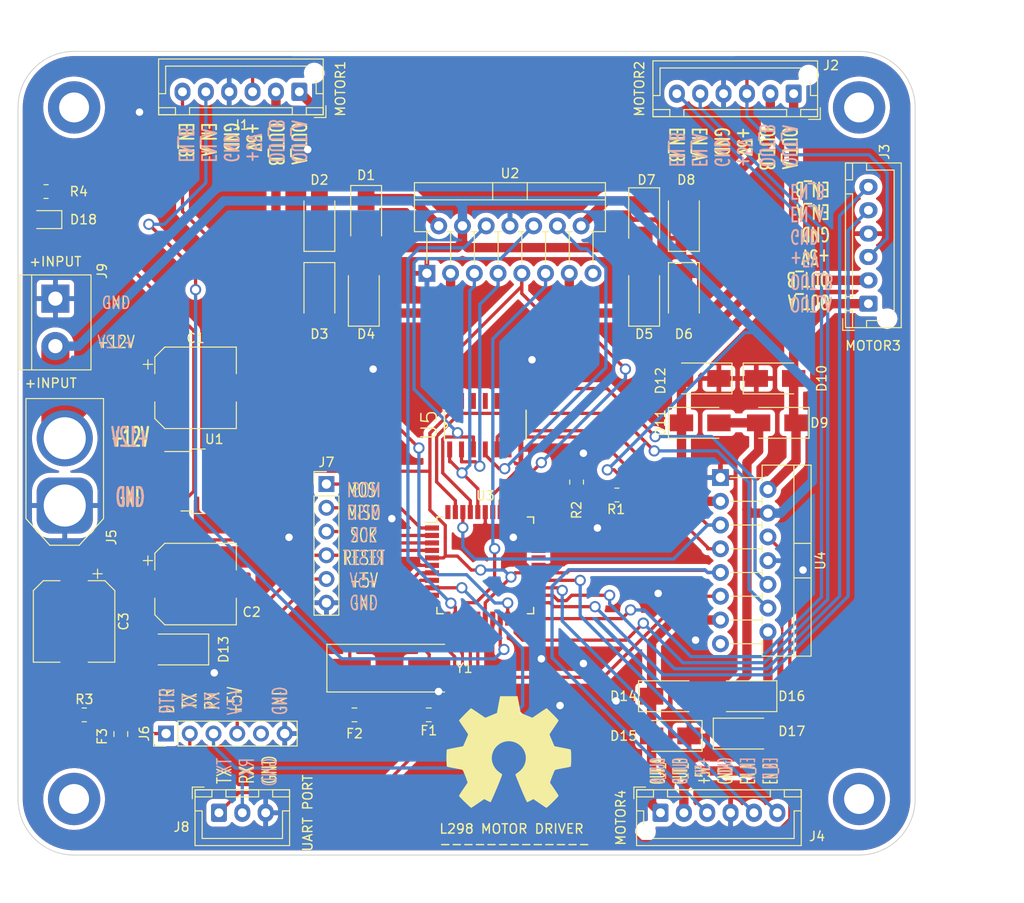
<source format=kicad_pcb>
(kicad_pcb (version 20211014) (generator pcbnew)
  (layers (0 "F.Cu" signal) (31 "B.Cu" signal) (34 "B.Paste" user) (35 "F.Paste" user) (36 "B.SilkS" user "B.Silkscreen") (37 "F.SilkS" user "F.Silkscreen") (38 "B.Mask" user) (39 "F.Mask" user) (44 "Edge.Cuts" user))
  (net 0 "")
  (net 1 "GND")
  (net 2 "reset")
  (net 3 "+12V")
  (net 4 "+5V")
  (net 5 "motor1_outA")
  (net 6 "motor1_outB")
  (net 7 "motor2_outA")
  (net 8 "motor2_outB")
  (net 9 "motor3_outA")
  (net 10 "motor3_outB")
  (net 11 "+5VD")
  (net 12 "motor4_outA")
  (net 13 "motor4_outB")
  (net 14 "Net-(D18-Pad2)")
  (net 15 "tx")
  (net 16 "rx")
  (net 18 "MOSI")
  (net 19 "MISO")
  (net 20 "SCK")
  (net 21 "b_volt")
  (net 22 "motor1_inA")
  (net 23 "motor1_en")
  (net 24 "motor1_inB")
  (net 25 "motor2_inA")
  (net 26 "motor2_en")
  (net 27 "motor2_inB")
  (net 31 "motor3_en")
  (net 32 "motor4_en")
  (net 33 "motor3_inA")
  (net 34 "motor3_inB")
  (net 35 "motor4_inA")
  (net 36 "motor4_inB")
  (net 45 "motor1_en_outA")
  (net 46 "motor1_en_outB")
  (net 47 "motor2_en_outA")
  (net 48 "motor2_en_outB")
  (net 51 "Net-(F1-Pad2)")
  (net 52 "Net-(F2-Pad2)")
  (net 53 "Net-(F3-Pad2)")
  (net 54 "motor3_en_outA")
  (net 55 "motor3_en_outB")
  (net 56 "motor4_en_outA")
  (net 57 "motor4_en_outB")
  (footprint "7404:SOIC127P600X175-14N" (layer "F.Cu") (at 163 78 90)
    (fp_text reference "U5")
    (fp_text value "74HC04D")
  )
  (footprint "Connector_PinHeader_2.54mm:PinHeader_1x06_P2.54mm_Vertical" (layer "F.Cu") (at 146 84.3)
    (fp_text reference "J7")
    (fp_text value "Conn_01x06_Female")
  )
  (footprint "Diode_SMD:D_SMA" (layer "F.Cu") (at 194 73)
    (fp_text reference "D10")
    (fp_text value "DIODE")
  )
  (footprint "TerminalBlock:TerminalBlock_bornier-2_P5.08mm" (layer "F.Cu") (at 117 64.46 -90)
    (fp_text reference "J9")
    (fp_text value "Screw_Terminal_01x02")
  )
  (footprint "Resistor_SMD:R_0805_2012Metric" (layer "F.Cu") (at 177.0875 85.47 180)
    (fp_text reference "R1")
    (fp_text value "2k")
  )
  (footprint "Diode_SMD:D_SMA" (layer "F.Cu") (at 184.25 64 -90)
    (fp_text reference "D6")
    (fp_text value "DIODE")
  )
  (footprint "Diode_SMD:D_SMA" (layer "F.Cu") (at 186 77.75)
    (fp_text reference "D11")
    (fp_text value "DIODE")
  )
  (footprint "Diode_SMD:D_SMA" (layer "F.Cu") (at 150.25 55.75 -90)
    (fp_text reference "D1")
    (fp_text value "DIODE")
  )
  (footprint "Diode_SMD:D_SMA" (layer "F.Cu") (at 150 64 90)
    (fp_text reference "D3")
    (fp_text value "DIODE")
  )
  (footprint "MountingHole:MountingHole_3.2mm_M3_DIN965_Pad_TopBottom" (layer "F.Cu") (at 119 44)
    (fp_text reference "m3_4" hide)
    (fp_text value "MountingHole_3.2mm_M3_DIN965_Pad_TopBottom" hide)
  )
  (footprint "Diode_SMD:D_SMA" (layer "F.Cu") (at 130 102 180)
    (fp_text reference "D13")
    (fp_text value "DIODE")
  )
  (footprint "Capacitor_SMD:CP_Elec_8x10.5" (layer "F.Cu") (at 119 99 -90)
    (fp_text reference "C3")
    (fp_text value "220uF/35V")
  )
  (footprint "Resistor_SMD:R_0805_2012Metric" (layer "F.Cu") (at 172.772936 84.0875 90)
    (fp_text reference "R2")
    (fp_text value "1k")
  )
  (footprint "Diode_SMD:D_SMA" (layer "F.Cu") (at 186 73 180)
    (fp_text reference "D12")
    (fp_text value "DIODE")
  )
  (footprint "Diode_SMD:D_SMA" (layer "F.Cu") (at 182.8 111.25 180)
    (fp_text reference "D15")
    (fp_text value "DIODE")
  )
  (footprint "Resistor_SMD:R_0805_2012Metric" (layer "F.Cu") (at 120.0875 109)
    (fp_text reference "R3")
    (fp_text value "10k")
  )
  (footprint "Crystal:Crystal_SMD_HC49-SD" (layer "F.Cu") (at 152.75 104)
    (fp_text reference "Y1")
    (fp_text value "Crystal")
  )
  (footprint "Connector_AMASS:AMASS_XT60-F_1x02_P7.20mm_Vertical" (layer "F.Cu") (at 118 86.6 90)
    (fp_text reference "J5")
    (fp_text value "Screw_Terminal_01x02")
  )
  (footprint "Resistor_SMD:R_0805_2012Metric" (layer "F.Cu") (at 116 53)
    (fp_text reference "R4")
    (fp_text value "1k")
  )
  (footprint "MountingHole:MountingHole_3.2mm_M3_DIN965_Pad_TopBottom" (layer "F.Cu") (at 203 44)
    (fp_text reference "m3_1" hide)
    (fp_text value "MountingHole_3.2mm_M3_DIN965_Pad_TopBottom" hide)
  )
  (footprint "Package_QFP:TQFP-44_10x10mm_P0.8mm" (layer "F.Cu") (at 163 93)
    (fp_text reference "U3")
    (fp_text value "ATmega32A-A")
  )
  (footprint "Diode_SMD:D_SMA" (layer "F.Cu") (at 184.25 56 90)
    (fp_text reference "D8")
    (fp_text value "DIODE")
  )
  (footprint "Capacitor_SMD:C_0805_2012Metric" (layer "F.Cu") (at 156.95 109 180)
    (fp_text reference "F1")
    (fp_text value "22pF")
  )
  (footprint "Diode_SMD:D_SMA" (layer "F.Cu") (at 190.8 107 180)
    (fp_text reference "D16")
    (fp_text value "DIODE")
  )
  (footprint "Diode_SMD:D_SMA" (layer "F.Cu") (at 182.8 107)
    (fp_text reference "D14")
    (fp_text value "DIODE")
  )
  (footprint "MountingHole:MountingHole_3.2mm_M3_DIN965_Pad_TopBottom" (layer "F.Cu") (at 119 118)
    (fp_text reference "m3_3" hide)
    (fp_text value "MountingHole_3.2mm_M3_DIN965_Pad_TopBottom" hide)
  )
  (footprint "Diode_SMD:D_SMA" (layer "F.Cu") (at 145.25 56 90)
    (fp_text reference "D2")
    (fp_text value "DIODE")
  )
  (footprint "Symbol:OSHW-Symbol_13.4x12mm_SilkScreen" (layer "F.Cu") (at 165.5 113)
    (fp_text reference "REF**" hide)
    (fp_text value "OSHW-Symbol_13.4x12mm_SilkScreen" hide)
  )
  (footprint "Capacitor_SMD:CP_Elec_8x10.5" (layer "F.Cu") (at 132 95)
    (fp_text reference "C2")
    (fp_text value "220uF/35V")
  )
  (footprint "Capacitor_SMD:CP_Elec_8x10.5" (layer "F.Cu") (at 132 74)
    (fp_text reference "C1")
    (fp_text value "220uF/35V")
  )
  (footprint "Diode_SMD:D_SMA" (layer "F.Cu") (at 190.8 111)
    (fp_text reference "D17")
    (fp_text value "DIODE")
  )
  (footprint "Diode_SMD:D_SMA" (layer "F.Cu") (at 145.25 64 -90)
    (fp_text reference "D4")
    (fp_text value "DIODE")
  )
  (footprint "Connector_JST:JST_XH_B6B-XH-AM_1x06_P2.50mm_Vertical" (layer "F.Cu") (at 143.1 42.325 180)
    (fp_text reference "J1")
    (fp_text value "Conn_01x06_Female")
  )
  (footprint "Package_TO_SOT_SMD:TO-252-2" (layer "F.Cu") (at 134 84)
    (fp_text reference "U1")
    (fp_text value "L7805")
  )
  (footprint "Connector_JST:JST_XH_B6B-XH-AM_1x06_P2.50mm_Vertical" (layer "F.Cu") (at 181.75 119.475)
    (fp_text reference "J4")
    (fp_text value "Conn_01x06_Female")
  )
  (footprint "Connector_PinHeader_2.54mm:PinHeader_1x06_P2.54mm_Vertical" (layer "F.Cu") (at 128.84 111 90)
    (fp_text reference "J6")
    (fp_text value "Conn_01x06_Female")
  )
  (footprint "Package_TO_SOT_THT:TO-220-15_P2.54x2.54mm_StaggerOdd_Lead4.58mm_Vertical" (layer "F.Cu") (at 156.75 61.75)
    (fp_text reference "U2")
    (fp_text value "L298N")
  )
  (footprint "LED_SMD:LED_0805_2012Metric" (layer "F.Cu") (at 116 56 180)
    (fp_text reference "D18")
    (fp_text value "LED")
  )
  (footprint "Capacitor_SMD:C_0805_2012Metric" (layer "F.Cu") (at 149 109 180)
    (fp_text reference "F2")
    (fp_text value "22pF")
  )
  (footprint "Diode_SMD:D_SMA" (layer "F.Cu") (at 180 56 -90)
    (fp_text reference "D7")
    (fp_text value "DIODE")
  )
  (footprint "Capacitor_SMD:C_0805_2012Metric" (layer "F.Cu") (at 124 111.05 -90)
    (fp_text reference "F3")
    (fp_text value "100nF")
  )
  (footprint "MountingHole:MountingHole_3.2mm_M3_DIN965_Pad_TopBottom" (layer "F.Cu") (at 203 118)
    (fp_text reference "m3_2" hide)
    (fp_text value "MountingHole_3.2mm_M3_DIN965_Pad_TopBottom" hide)
  )
  (footprint "Connector_JST:JST_XH_B6B-XH-AM_1x06_P2.50mm_Vertical" (layer "F.Cu") (at 204 65 90)
    (fp_text reference "J3")
    (fp_text value "Conn_01x06_Female")
  )
  (footprint "Diode_SMD:D_SMA" (layer "F.Cu") (at 194.25 77.75 180)
    (fp_text reference "D9")
    (fp_text value "DIODE")
  )
  (footprint "Connector_JST:JST_XH_B3B-XH-A_1x03_P2.50mm_Vertical" (layer "F.Cu") (at 134.5 119.475)
    (fp_text reference "J8")
    (fp_text value "Conn_01x03_Female")
  )
  (footprint "Package_TO_SOT_THT:TO-220-15_P2.54x2.54mm_StaggerOdd_Lead4.58mm_Vertical" (layer "F.Cu") (at 188.165 83.605 -90)
    (fp_text reference "U4")
    (fp_text value "L298N")
  )
  (footprint "Connector_JST:JST_XH_B6B-XH-AM_1x06_P2.50mm_Vertical" (layer "F.Cu") (at 196 42.525 180)
    (fp_text reference "J2")
    (fp_text value "Conn_01x06_Female")
  )
  (footprint "Diode_SMD:D_SMA" (layer "F.Cu") (at 180 64 90)
    (fp_text reference "D5")
    (fp_text value "DIODE")
  )
  (gr_line (start 119 38) (end 203 38) (layer "Edge.Cuts") (width 0.1))
  (gr_arc (start 119 124) (mid 114.757359 122.242641) (end 113 118) (layer "Edge.Cuts") (width 0.1))
  (gr_arc (start 113 44) (mid 114.757359 39.757359) (end 119 38) (layer "Edge.Cuts") (width 0.1))
  (gr_line (start 203 124) (end 119 124) (layer "Edge.Cuts") (width 0.1))
  (gr_line (start 209 44) (end 209 118) (layer "Edge.Cuts") (width 0.1))
  (gr_line (start 113 118) (end 113 44) (layer "Edge.Cuts") (width 0.1))
  (gr_arc (start 209 118) (mid 207.242641 122.242641) (end 203 124) (layer "Edge.Cuts") (width 0.1))
  (gr_arc (start 203 38) (mid 207.242641 39.757359) (end 209 44) (layer "Edge.Cuts") (width 0.1))
  (gr_text "OUT_A\nOUT_B\n+5V\nGND\nEN_A\nEN_B" (at 137 50 -90) (layer "B.SilkS") (effects (font (size 1.5 1) (thickness 0.2)) (justify left mirror)))
  (gr_text "OUT_A\nOUT_B\n+5V\nGND\nEN_A\nEN_B" (at 195.5 59 -180) (layer "B.SilkS") (effects (font (size 1.5 1) (thickness 0.2)) (justify left mirror)))
  (gr_text "OUT_A\nOUT_B\n+5V\nGND\nEN_A\nEN_B" (at 189.5 50.5 -90) (layer "B.SilkS") (effects (font (size 1.5 1) (thickness 0.2)) (justify left mirror)))
  (gr_text "GND\n\n+12V" (at 123.5 67) (layer "B.SilkS") (effects (font (size 1.3 1)) (justify mirror)))
  (gr_text "DTR\nTX\nRX\n+5V\n\nGND" (at 135 107.5 90) (layer "B.SilkS") (effects (font (size 1.5 1)) (justify mirror)))
  (gr_text "MOSI\nMISO\nSCK\nRESET\n+5V\nGND" (at 150 91) (layer "B.SilkS") (effects (font (size 1.5 1)) (justify mirror)))
  (gr_text "+12V\n\nGND" (at 125 82.5) (layer "B.SilkS") (effects (font (size 2 1) (thickness 0.25)) (justify mirror)))
  (gr_text "OUT_A\nOUT_B\n+5V\nGND\nEN_A\nEN_B" (at 187.5 113.5 90) (layer "B.SilkS") (effects (font (size 1.5 0.6)) (justify left mirror)))
  (gr_text "TX\nRX\nGND" (at 137.5 113.5 90) (layer "B.SilkS") (effects (font (size 1.5 1)) (justify left mirror)))
  (gr_text "OUT_A\nOUT_B\n+5V\nGND\nEN_A\nEN_B" (at 189.5 46 270) (layer "F.SilkS") (effects (font (size 1.5 1) (thickness 0.2)) (justify left)))
  (gr_text "OUT_A\nOUT_B\n+5V\nGND\nEN_A\nEN_B" (at 137 45.5 270) (layer "F.SilkS") (effects (font (size 1.5 1) (thickness 0.2)) (justify left)))
  (gr_text "MOSI\nMISO\nSCK\nRESET\n+5V\nGND" (at 150 91) (layer "F.SilkS") (effects (font (size 1.5 1))))
  (gr_text "TX\nRX\nGND" (at 137.5 116.5 90) (layer "F.SilkS") (effects (font (size 1.5 1)) (justify left)))
  (gr_text "MOTOR2" (at 179.5 42 90) (layer "F.SilkS") (effects (font (size 1 1))))
  (gr_text "UART PORT" (at 144 119.5 90) (layer "F.SilkS") (effects (font (size 1 1))))
  (gr_text "DTR\nTX\nRX\n+5V\n\nGND" (at 135 107.5 90) (layer "F.SilkS") (effects (font (size 1.5 1))))
  (gr_text "+12V\n\nGND" (at 125 82.5) (layer "F.SilkS") (effects (font (size 2 1) (thickness 0.25))))
  (gr_text "GND\n\n+12V" (at 123.5 67) (layer "F.SilkS") (effects (font (size 1.3 1))))
  (gr_text "+INPUT" (at 116.5 73.5) (layer "F.SilkS") (effects (font (size 1 1))))
  (gr_text "MOTOR3" (at 204.5 69.5) (layer "F.SilkS") (effects (font (size 1 1))))
  (gr_text "MOTOR1" (at 147.5 42 90) (layer "F.SilkS") (effects (font (size 1 1))))
  (gr_text "OUT_A\nOUT_B\n+5V\nGND\nEN_A\nEN_B" (at 187.5 116.5 90) (layer "F.SilkS") (effects (font (size 1.5 0.6)) (justify left)))
  (gr_text "OUT_A\nOUT_B\n+5V\nGND\nEN_A\nEN_B" (at 200 58.75 180) (layer "F.SilkS") (effects (font (size 1.5 1) (thickness 0.2)) (justify left)))
  (gr_text "MOTOR4" (at 177.5 120 90) (layer "F.SilkS") (effects (font (size 1 1))))
  (gr_text "+INPUT" (at 117 60.5) (layer "F.SilkS") (effects (font (size 1 1))))
  (gr_text "L298 MOTOR DRIVER\n-------------\n" (at 158 122) (layer "F.SilkS") (effects (font (size 1 1)) (justify left)))
  (segment (start 163.8 98.7) (end 163.75 98.75) (width 0.35) (layer "F.Cu") (net 1))
  (segment (start 164 103) (end 165 104) (width 0.35) (layer "F.Cu") (net 1))
  (segment (start 163.8 98.7) (end 163.8 102.8) (width 0.35) (layer "F.Cu") (net 1))
  (segment (start 163 89) (end 164 90) (width 0.35) (layer "F.Cu") (net 1))
  (segment (start 154 93) (end 150 97) (width 0.35) (layer "F.Cu") (net 1))
  (segment (start 163.8 102.8) (end 164 103) (width 0.35) (layer "F.Cu") (net 1))
  (segment (start 168.7 93) (end 171 93) (width 0.35) (layer "F.Cu") (net 1))
  (segment (start 163 87.3) (end 163 89) (width 0.35) (layer "F.Cu") (net 1))
  (segment (start 171 93) (end 175 89) (width 0.35) (layer "F.Cu") (net 1))
  (segment (start 157.3 93) (end 154 93) (width 0.35) (layer "F.Cu") (net 1))
  (segment (start 168 104) (end 169 103) (width 0.35) (layer "F.Cu") (net 1))
  (segment (start 150 97) (end 146 97) (width 0.35) (layer "F.Cu") (net 1))
  (segment (start 165 104) (end 168 104) (width 0.35) (layer "F.Cu") (net 1))
  (segment (start 164 90) (end 166 90) (width 0.35) (layer "F.Cu") (net 1))
  (via (at 171 108) (size 1.2) (drill 0.8) (layers "F.Cu" "B.Cu") (net 1))
  (via (at 151 72) (size 1.2) (drill 0.8) (layers "F.Cu" "B.Cu") (net 1))
  (via (at 134 104.5) (size 1.2) (drill 0.8) (layers "F.Cu" "B.Cu") (net 1))
  (via (at 153 88) (size 1.2) (drill 0.8) (layers "F.Cu" "B.Cu") (net 1))
  (via (at 169 103) (size 1.2) (drill 0.8) (layers "F.Cu" "B.Cu") (net 1))
  (via (at 173.5 103.5) (size 1.2) (drill 0.8) (layers "F.Cu" "B.Cu") (net 1))
  (via (at 185.5 101) (size 1.2) (drill 0.8) (layers "F.Cu" "B.Cu") (net 1))
  (via (at 197 93.5) (size 1.2) (drill 0.8) (layers "F.Cu" "B.Cu") (net 1))
  (via (at 142 90) (size 1.2) (drill 0.8) (layers "F.Cu" "B.Cu") (net 1))
  (via (at 166 90) (size 1.2) (drill 0.8) (layers "F.Cu" "B.Cu") (net 1))
  (via (at 158 106.5) (size 1.2) (drill 0.8) (layers "F.Cu" "B.Cu") (net 1))
  (via (at 144 48.5) (size 1.2) (drill 0.8) (layers "F.Cu" "B.Cu") (net 1))
  (via (at 181.5 96) (size 1.2) (drill 0.8) (layers "F.Cu" "B.Cu") (net 1))
  (via (at 168 71) (size 1.2) (drill 0.8) (layers "F.Cu" "B.Cu") (net 1))
  (via (at 177 107.5) (size 1.2) (drill 0.8) (layers "F.Cu" "B.Cu") (net 1))
  (via (at 126 44.5) (size 1.2) (drill 0.8) (layers "F.Cu" "B.Cu") (net 1))
  (via (at 173.5 81) (size 1.2) (drill 0.8) (layers "F.Cu" "B.Cu") (net 1))
  (via (at 175 89) (size 1.2) (drill 0.8) (layers "F.Cu" "B.Cu") (net 1))
  (segment (start 130 99.3167) (end 132.3906 96.9261) (width 0.35) (layer "F.Cu") (net 2))
  (segment (start 121 109) (end 123.8569 109) (width 0.35) (layer "F.Cu") (net 2))
  (segment (start 123.8569 109.9569) (end 123.8569 109) (width 0.35) (layer "F.Cu") (net 2))
  (segment (start 123.8569 109) (end 126 109) (width 0.35) (layer "F.Cu") (net 2))
  (segment (start 147.3251 91.92) (end 147.8451 91.4) (width 0.35) (layer "F.Cu") (net 2))
  (segment (start 144.6749 91.92) (end 146 91.92) (width 0.35) (layer "F.Cu") (net 2))
  (segment (start 130 105) (end 130 99.3167) (width 0.35) (layer "F.Cu") (net 2))
  (segment (start 139.6688 96.9261) (end 144.6749 91.92) (width 0.35) (layer "F.Cu") (net 2))
  (segment (start 126 109) (end 130 105) (width 0.35) (layer "F.Cu") (net 2))
  (segment (start 147.8451 91.4) (end 157.3 91.4) (width 0.35) (layer "F.Cu") (net 2))
  (segment (start 146 91.92) (end 147.3251 91.92) (width 0.35) (layer "F.Cu") (net 2))
  (segment (start 124 110.1) (end 123.8569 109.9569) (width 0.35) (layer "F.Cu") (net 2))
  (segment (start 132.3906 96.9261) (end 139.6688 96.9261) (width 0.35) (layer "F.Cu") (net 2))
  (segment (start 121 74) (end 118 77) (width 3) (layer "F.Cu") (net 3))
  (segment (start 191 87) (end 191.415 87.415) (width 1) (layer "F.Cu") (net 3))
  (segment (start 150.25 59.75) (end 150.25 61.75) (width 1) (layer "F.Cu") (net 3))
  (segment (start 160.56 58.44) (end 161.12 59) (width 1) (layer "F.Cu") (net 3))
  (segment (start 192.25 77.75) (end 192.25 80.75) (width 1) (layer "F.Cu") (net 3))
  (segment (start 118 77) (end 118 79.4) (width 3) (layer "F.Cu") (net 3))
  (segment (start 152.25 59.75) (end 153 59) (width 1) (layer "F.Cu") (net 3))
  (segment (start 160.56 58.44) (end 160.56 56.67) (width 1) (layer "F.Cu") (net 3))
  (segment (start 180 58) (end 180 62) (width 1) (layer "F.Cu") (net 3))
  (segment (start 179 59) (end 180 58) (width 1) (layer "F.Cu") (net 3))
  (segment (start 176.0625 82.7807) (end 176.7807 82.7807) (width 0.35) (layer "F.Cu") (net 3))
  (segment (start 128.3 74) (end 121 74) (width 3) (layer "F.Cu") (net 3))
  (segment (start 176.7807 82.7807) (end 178 84) (width 0.35) (layer "F.Cu") (net 3))
  (segment (start 129.8 81.72) (end 129.8 75.5) (width 3) (layer "F.Cu") (net 3))
  (segment (start 153 59) (end 160 59) (width 1) (layer "F.Cu") (net 3))
  (segment (start 184.8 107) (end 188.8 107) (width 1) (layer "F.Cu") (net 3))
  (segment (start 191 82) (end 191 87) (width 1) (layer "F.Cu") (net 3))
  (segment (start 188 77.75) (end 192.25 77.75) (width 1) (layer "F.Cu") (net 3))
  (segment (start 150.25 57.75) (end 150.25 59.75) (width 1) (layer "F.Cu") (net 3))
  (segment (start 161.12 59) (end 179 59) (width 1) (layer "F.Cu") (net 3))
  (segment (start 191.415 87.415) (end 193.245 87.415) (width 1) (layer "F.Cu") (net 3))
  (segment (start 150.25 61.75) (end 150 62) (width 1) (layer "F.Cu") (net 3))
  (segment (start 129.8 75.5) (end 128.3 74) (width 3) (layer "F.Cu") (net 3))
  (segment (start 160 59) (end 160.56 58.44) (width 1) (layer "F.Cu") (net 3))
  (segment (start 117 78.4) (end 118 79.4) (width 3) (layer "F.Cu") (net 3))
  (segment (start 192.25 80.75) (end 191 82) (width 1) (layer "F.Cu") (net 3))
  (segment (start 191 87) (end 191 104.8) (width 1) (layer "F.Cu") (net 3))
  (segment (start 117 69.54) (end 117 78.4) (width 3) (layer "F.Cu") (net 3))
  (segment (start 178 84) (end 178 85.47) (width 0.35) (layer "F.Cu") (net 3))
  (segment (start 150.25 59.75) (end 152.25 59.75) (width 1) (layer "F.Cu") (net 3))
  (segment (start 191 104.8) (end 188.8 107) (width 1) (layer "F.Cu") (net 3))
  (via (at 176.0625 82.7807) (size 1.2) (drill 0.8) (layers "F.Cu" "B.Cu") (net 3))
  (segment (start 192.0887 68.0887) (end 198 74) (width 1) (layer "B.Cu") (net 3))
  (segment (start 160 54) (end 135 54) (width 1) (layer "B.Cu") (net 3))
  (segment (start 198 74) (end 198 84) (width 1) (layer "B.Cu") (net 3))
  (segment (start 160.56 54.56) (end 160 54) (width 1) (layer "B.Cu") (net 3))
  (segment (start 194.585 87.415) (end 193.245 87.415) (width 1) (layer "B.Cu") (net 3))
  (segment (start 160 54) (end 178 54) (width 1) (layer "B.Cu") (net 3))
  (segment (start 178 54) (end 192.0887 68.0887) (width 1) (layer "B.Cu") (net 3))
  (segment (start 119.46 69.54) (end 117 69.54) (width 1) (layer "B.Cu") (net 3))
  (segment (start 135 54) (end 119.46 69.54) (width 1) (layer "B.Cu") (net 3))
  (segment (start 192.0887 68.0887) (end 190.7545 68.0887) (width 0.35) (layer "B.Cu") (net 3))
  (segment (start 190.7545 68.0887) (end 176.0625 82.7807) (width 0.35) (layer "B.Cu") (net 3))
  (segment (start 198 84) (end 194.585 87.415) (width 1) (layer "B.Cu") (net 3))
  (segment (start 160.56 56.67) (end 160.56 54.56) (width 1) (layer "B.Cu") (net 3))
  (segment (start 129.8 86.28) (end 129.8 87.0737) (width 3) (layer "F.Cu") (net 4))
  (segment (start 124 48) (end 124 43) (width 0.35) (layer "F.Cu") (net 4))
  (segment (start 119 53) (end 124 48) (width 0.35) (layer "F.Cu") (net 4))
  (segment (start 158.7188 92.0063) (end 160.0063 92.0063) (width 0.35) (layer "F.Cu") (net 4))
  (segment (start 166.25768 83) (end 168 83) (width 0.35) (layer "F.Cu") (net 4))
  (segment (start 138.1 40.476167) (end 138.1 42.325) (width 0.35) (layer "F.Cu") (net 4))
  (segment (start 165.75 94.25) (end 163 97) (width 0.35) (layer "F.Cu") (net 4))
  (segment (start 174 68) (end 171 68) (width 0.35) (layer "F.Cu") (net 4))
  (segment (start 136.664 90.275) (end 144.0127 82.9263) (width 0.35) (layer "F.Cu") (net 4))
  (segment (start 166.91 61.75) (end 166.91 63.1251) (width 0.35) (layer "F.Cu") (net 4))
  (segment (start 178 72) (end 174 68) (width 0.35) (layer "F.Cu") (net 4))
  (segment (start 186.7899 93.765) (end 186.5588 93.5339) (width 0.35) (layer "F.Cu") (net 4))
  (segment (start 189 39) (end 191 41) (width 0.35) (layer "F.Cu") (net 4))
  (segment (start 163 97) (end 163 98.7) (width 0.35) (layer "F.Cu") (net 4))
  (segment (start 131.8079 67.8954) (end 116.9125 53) (width 0.35) (layer "F.Cu") (net 4))
  (segment (start 124 43) (end 127 40) (width 0.35) (layer "F.Cu") (net 4))
  (segment (start 161 93) (end 161.5 93.5) (width 0.35) (layer "F.Cu") (net 4))
  (segment (start 119.175 108.4335) (end 119.175 109) (width 0.35) (layer "F.Cu") (net 4))
  (segment (start 119.3 95) (end 119 95.3) (width 3) (layer "F.Cu") (net 4))
  (segment (start 191 41) (end 191 42.525) (width 0.35) (layer "F.Cu") (net 4))
  (segment (start 129.8 87.0737) (end 129.8 90.275) (width 3) (layer "F.Cu") (net 4))
  (segment (start 159.19 75.4092) (end 159.19 74.0832) (width 0.35) (layer "F.Cu") (net 4))
  (segment (start 128 102) (end 128 99.6085) (width 1) (layer "F.Cu") (net 4))
  (segment (start 161.5 93.5) (end 162.5 93.5) (width 0.35) (layer "F.Cu") (net 4))
  (segment (start 116.9125 53) (end 119 53) (width 0.35) (layer "F.Cu") (net 4))
  (segment (start 157.3 92.2) (end 158.5251 92.2) (width 0.35) (layer "F.Cu") (net 4))
  (segment (start 159.19 75.4092) (end 159.19 76.7352) (width 0.35) (layer "F.Cu") (net 4))
  (segment (start 157.0748 78.8504) (end 157.0748 82.9263) (width 0.35) (layer "F.Cu") (net 4))
  (segment (start 129.8 90.275) (end 136.664 90.275) (width 0.35) (layer "F.Cu") (net 4))
  (segment (start 163.8 85.45768) (end 166.25768 83) (width 0.35) (layer "F.Cu") (net 4))
  (segment (start 143 39) (end 189 39) (width 0.35) (layer "F.Cu") (net 4))
  (segment (start 157.0748 82.9263) (end 157.0748 87.0717) (width 0.35) (layer "F.Cu") (net 4))
  (segment (start 131.8079 85.0658) (end 131.8079 67.8954) (width 0.35) (layer "F.Cu") (net 4))
  (segment (start 128 99.6085) (end 128 95.3) (width 1) (layer "F.Cu") (net 4))
  (segment (start 129.8 87.0737) (end 131.8079 85.0658) (width 0.35) (layer "F.Cu") (net 4))
  (segment (start 188.165 93.765) (end 186.7899 93.765) (width 0.35) (layer "F.Cu") (net 4))
  (segment (start 137.623833 40) (end 142 40) (width 0.35) (layer "F.Cu") (net 4))
  (segment (start 171.7339 93.8) (end 168.7 93.8) (width 0.35) (layer "F.Cu") (net 4))
  (segment (start 158.7188 90.0357) (end 158.7188 92.0063) (width 0.35) (layer "F.Cu") (net 4))
  (segment (start 168.7 93.8) (end 166.2 93.8) (width 0.35) (layer "F.Cu") (net 4))
  (segment (start 128 95.3) (end 128.3 95) (width 1) (layer "F.Cu") (net 4))
  (segment (start 157.0748 87.0717) (end 158.7188 88.7157) (width 0.35) (layer "F.Cu") (net 4))
  (segment (start 172 93.5339) (end 171.7339 93.8) (width 0.35) (layer "F.Cu") (net 4))
  (segment (start 166.91 63.1251) (end 159.19 70.8451) (width 0.35) (layer "F.Cu") (net 4))
  (segment (start 168 83) (end 169 82) (width 0.35) (layer "F.Cu") (net 4))
  (segment (start 163.8 87.3) (end 163.8 85.45768) (width 0.35) (layer "F.Cu") (net 4))
  (segment (start 160.0063 92.0063) (end 161 93) (width 0.35) (layer "F.Cu") (net 4))
  (segment (start 166.91 63.91) (end 166.91 61.75) (width 0.35) (layer "F.Cu") (net 4))
  (segment (start 142 40) (end 143 39) (width 0.35) (layer "F.Cu") (net 4))
  (segment (start 158.7188 92.0063) (end 158.5251 92.2) (width 0.35) (layer "F.Cu") (net 4))
  (segment (start 128.3 95) (end 119.3 95) (width 3) (layer "F.Cu") (net 4))
  (segment (start 159.19 70.8451) (end 159.19 74.0832) (width 0.35) (layer "F.Cu") (net 4))
  (segment (start 129.8 90.275) (end 129.8 93.5) (width 3) (layer "F.Cu") (net 4))
  (segment (start 158.7188 88.7157) (end 158.7188 90.0357) (width 0.35) (layer "F.Cu") (net 4))
  (segment (start 137.623833 40) (end 138.1 40.476167) (width 0.35) (layer "F.Cu") (net 4))
  (segment (start 144.0127 82.9263) (end 157.0748 82.9263) (width 0.35) (layer "F.Cu") (net 4))
  (segment (start 171 68) (end 166.91 63.91) (width 0.35) (layer "F.Cu") (net 4))
  (segment (start 127 40) (end 137.623833 40) (width 0.35) (layer "F.Cu") (net 4))
  (segment (start 128 99.6085) (end 119.175 108.4335) (width 0.35) (layer "F.Cu") (net 4))
  (segment (start 166.2 93.8) (end 165.75 94.25) (width 0.35) (layer "F.Cu") (net 4))
  (segment (start 129.8 93.5) (end 128.3 95) (width 3) (layer "F.Cu") (net 4))
  (segment (start 186.5588 93.5339) (end 172 93.5339) (width 0.35) (layer "F.Cu") (net 4))
  (segment (start 159.19 76.7352) (end 157.0748 78.8504) (width 0.35) (layer "F.Cu") (net 4))
  (via (at 165.75 94.25) (size 1.2) (drill 0.8) (layers "F.Cu" "B.Cu") (net 4))
  (via (at 162.5 93.5) (size 1.2) (drill 0.8) (layers "F.Cu" "B.Cu") (net 4))
  (via (at 169 82) (size 1.2) (drill 0.8) (layers "F.Cu" "B.Cu") (net 4))
  (via (at 178 72) (size 1.2) (drill 0.8) (layers "F.Cu" "B.Cu") (net 4))
  (segment (start 206 51) (end 206 58) (width 0.35) (layer "B.Cu") (net 4))
  (segment (start 169 82) (end 178 73) (width 0.35) (layer "B.Cu") (net 4))
  (segment (start 171.9301 93.4658) (end 170.146 95.2499) (width 0.35) (layer "B.Cu") (net 4))
  (segment (start 206 58) (end 204 60) (width 0.35) (layer "B.Cu") (net 4))
  (segment (start 195.0663 49.0663) (end 204.0663 49.0663) (width 0.35) (layer "B.Cu") (net 4))
  (segment (start 165 93.5) (end 165.75 94.25) (width 0.35) (layer "B.Cu") (net 4))
  (segment (start 186.7899 93.765) (end 186.4907 93.4658) (width 0.35) (layer "B.Cu") (net 4))
  (segment (start 188.165 93.765) (end 186.7899 93.765) (width 0.35) (layer "B.Cu") (net 4))
  (segment (start 170.146 102.871) (end 186.75 119.475) (width 0.35) (layer "B.Cu") (net 4))
  (segment (start 178 73) (end 178 72) (width 0.35) (layer "B.Cu") (net 4))
  (segment (start 204.0663 49.0663) (end 206 51) (width 0.35) (layer "B.Cu") (net 4))
  (segment (start 170.146 95.2499) (end 170.146 102.871) (width 0.35) (layer "B.Cu") (net 4))
  (segment (start 191 45) (end 195.0663 49.0663) (width 0.35) (layer "B.Cu") (net 4))
  (segment (start 191 42.525) (end 191 45) (width 0.35) (layer "B.Cu") (net 4))
  (segment (start 186.4907 93.4658) (end 171.9301 93.4658) (width 0.35) (layer "B.Cu") (net 4))
  (segment (start 162.5 93.5) (end 165 93.5) (width 0.35) (layer "B.Cu") (net 4))
  (segment (start 150 54) (end 150.25 53.75) (width 1) (layer "F.Cu") (net 5))
  (segment (start 155.1 53.75) (end 158.02 56.67) (width 1) (layer "F.Cu") (net 5))
  (segment (start 145.25 54) (end 150 54) (width 1) (layer "F.Cu") (net 5))
  (segment (start 150.25 49.475) (end 150.25 53.75) (width 1) (layer "F.Cu") (net 5))
  (segment (start 150.25 53.75) (end 155.1 53.75) (width 1) (layer "F.Cu") (net 5))
  (segment (start 143.1 42.325) (end 150.25 49.475) (width 1) (layer "F.Cu") (net 5))
  (segment (start 140.6 63.6) (end 143 66) (width 1) (layer "F.Cu") (net 6))
  (segment (start 143 66) (end 145.25 66) (width 1) (layer "F.Cu") (net 6))
  (segment (start 150 66) (end 157 66) (width 1) (layer "F.Cu") (net 6))
  (segment (start 145.25 66) (end 147 66) (width 1) (layer "F.Cu") (net 6))
  (segment (start 145.25 66) (end 147 66) (width 1) (layer "F.Cu") (net 6))
  (segment (start 147 66) (end 150 66) (width 1) (layer "F.Cu") (net 6))
  (segment (start 159.29 63.71) (end 159.29 61.75) (width 1) (layer "F.Cu") (net 6))
  (segment (start 140.6 42.325) (end 140.6 63.6) (width 1) (layer "F.Cu") (net 6))
  (segment (start 157 66) (end 159.29 63.71) (width 1) (layer "F.Cu") (net 6))
  (segment (start 184.25 66) (end 187 66) (width 1) (layer "F.Cu") (net 7))
  (segment (start 196 57) (end 196 42.525) (width 1) (layer "F.Cu") (net 7))
  (segment (start 171.99 61.75) (end 171.99 63.99) (width 1) (layer "F.Cu") (net 7))
  (segment (start 180 66) (end 184.25 66) (width 1) (layer "F.Cu") (net 7))
  (segment (start 187 66) (end 196 57) (width 1) (layer "F.Cu") (net 7))
  (segment (start 174 66) (end 180 66) (width 1) (layer "F.Cu") (net 7))
  (segment (start 171.99 63.99) (end 174 66) (width 1) (layer "F.Cu") (net 7))
  (segment (start 193.5 47.5) (end 193.5 42.525) (width 1) (layer "F.Cu") (net 8))
  (segment (start 187 54) (end 193.5 47.5) (width 1) (layer "F.Cu") (net 8))
  (segment (start 184.25 54) (end 187 54) (width 1) (layer "F.Cu") (net 8))
  (segment (start 175.93 54) (end 173.26 56.67) (width 1) (layer "F.Cu") (net 8))
  (segment (start 180 54) (end 184.25 54) (width 1) (layer "F.Cu") (net 8))
  (segment (start 180 54) (end 175.93 54) (width 1) (layer "F.Cu") (net 8))
  (segment (start 200 65) (end 204 65) (width 1) (layer "F.Cu") (net 9))
  (segment (start 196 69) (end 200 65) (width 1) (layer "F.Cu") (net 9))
  (segment (start 196 73) (end 196 77.5) (width 1) (layer "F.Cu") (net 9))
  (segment (start 196.25 81.87) (end 193.245 84.875) (width 1) (layer "F.Cu") (net 9))
  (segment (start 196 77.5) (end 196.25 77.75) (width 1) (layer "F.Cu") (net 9))
  (segment (start 196 73) (end 196 69) (width 1) (layer "F.Cu") (net 9))
  (segment (start 196.25 77.75) (end 196.25 81.87) (width 1) (layer "F.Cu") (net 9))
  (segment (start 184 73) (end 194.5 62.5) (width 1) (layer "F.Cu") (net 10))
  (segment (start 194.5 62.5) (end 204 62.5) (width 1) (layer "F.Cu") (net 10))
  (segment (start 186.145 86.145) (end 188.165 86.145) (width 1) (layer "F.Cu") (net 10))
  (segment (start 184 73) (end 184 77.75) (width 1) (layer "F.Cu") (net 10))
  (segment (start 184 84) (end 186.145 86.145) (width 1) (layer "F.Cu") (net 10))
  (segment (start 184 77.75) (end 184 84) (width 1) (layer "F.Cu") (net 10))
  (segment (start 146 94.46) (end 144.6749 94.46) (width 0.35) (layer "F.Cu") (net 11))
  (segment (start 136.46 111) (end 136.46 109.6749) (width 0.35) (layer "F.Cu") (net 11))
  (segment (start 135.419 103.7159) (end 135.419 108.6339) (width 0.35) (layer "F.Cu") (net 11))
  (segment (start 135.419 103.7159) (end 133.7031 102) (width 0.35) (layer "F.Cu") (net 11))
  (segment (start 135.419 103.7159) (end 144.6749 94.46) (width 0.35) (layer "F.Cu") (net 11))
  (segment (start 135.419 108.6339) (end 136.46 109.6749) (width 0.35) (layer "F.Cu") (net 11))
  (segment (start 133.7031 102) (end 132 102) (width 0.35) (layer "F.Cu") (net 11))
  (segment (start 180.8 101.2) (end 180.8 107) (width 1) (layer "F.Cu") (net 12))
  (segment (start 180.8 107) (end 180.8 111.25) (width 1) (layer "F.Cu") (net 12))
  (segment (start 180.8 111.25) (end 180.8 118.525) (width 1) (layer "F.Cu") (net 12))
  (segment (start 183.155 98.845) (end 180.8 101.2) (width 1) (layer "F.Cu") (net 12))
  (segment (start 180.8 118.525) (end 181.75 119.475) (width 1) (layer "F.Cu") (net 12))
  (segment (start 188.165 98.845) (end 183.155 98.845) (width 1) (layer "F.Cu") (net 12))
  (segment (start 192.8 113.2) (end 192.8 111) (width 1) (layer "F.Cu") (net 13))
  (segment (start 193.245 106.555) (end 192.8 107) (width 1) (layer "F.Cu") (net 13))
  (segment (start 186 115) (end 191 115) (width 1) (layer "F.Cu") (net 13))
  (segment (start 184.25 116.75) (end 186 115) (width 1) (layer "F.Cu") (net 13))
  (segment (start 191 115) (end 192.8 113.2) (width 1) (layer "F.Cu") (net 13))
  (segment (start 192.8 107) (end 192.8 111) (width 1) (layer "F.Cu") (net 13))
  (segment (start 193.245 100.115) (end 193.245 106.555) (width 1) (layer "F.Cu") (net 13))
  (segment (start 184.25 119.475) (end 184.25 116.75) (width 1) (layer "F.Cu") (net 13))
  (segment (start 115.0875 55.975) (end 115.0875 53) (width 0.35) (layer "F.Cu") (net 14))
  (segment (start 115.0625 56) (end 115.0875 55.975) (width 0.35) (layer "F.Cu") (net 14))
  (segment (start 134.5 119.475) (end 136.6614 117.3136) (width 0.35) (layer "F.Cu") (net 15))
  (segment (start 157.3 96.2) (end 156.0749 96.2) (width 0.35) (layer "F.Cu") (net 15))
  (segment (start 159.7251 102.7703) (end 156.0749 99.1201) (width 0.35) (layer "F.Cu") (net 15))
  (segment (start 151.3515 117.3136) (end 159.7251 108.94) (width 0.35) (layer "F.Cu") (net 15))
  (segment (start 131.38 111) (end 131.38 112.4561) (width 0.35) (layer "F.Cu") (net 15))
  (segment (start 136.2375 117.3136) (end 136.6614 117.3136) (width 0.35) (layer "F.Cu") (net 15))
  (segment (start 159.7251 108.94) (end 159.7251 102.7703) (width 0.35) (layer "F.Cu") (net 15))
  (segment (start 131.38 112.4561) (end 136.2375 117.3136) (width 0.35) (layer "F.Cu") (net 15))
  (segment (start 136.6614 117.3136) (end 151.3515 117.3136) (width 0.35) (layer "F.Cu") (net 15))
  (segment (start 156.0749 99.1201) (end 156.0749 96.2) (width 0.35) (layer "F.Cu") (net 15))
  (segment (start 160.4882 95.4) (end 157.3 95.4) (width 0.35) (layer "F.Cu") (net 16))
  (via (at 160.4882 95.4) (size 1.2) (drill 0.8) (layers "F.Cu" "B.Cu") (net 16))
  (segment (start 133.92 111) (end 133.92 112.3251) (width 0.35) (layer "B.Cu") (net 16))
  (segment (start 136.2781 114.6832) (end 137 114.6832) (width 0.35) (layer "B.Cu") (net 16))
  (segment (start 160.3168 114.6832) (end 167 108) (width 0.35) (layer "B.Cu") (net 16))
  (segment (start 160.8976 95.4) (end 160.4882 95.4) (width 0.35) (layer "B.Cu") (net 16))
  (segment (start 133.92 112.3251) (end 136.2781 114.6832) (width 0.35) (layer "B.Cu") (net 16))
  (segment (start 167 101.9118) (end 160.4882 95.4) (width 0.35) (layer "B.Cu") (net 16))
  (segment (start 137 114.6832) (end 137 119.475) (width 0.35) (layer "B.Cu") (net 16))
  (segment (start 167 108) (end 167 101.9118) (width 0.35) (layer "B.Cu") (net 16))
  (segment (start 137 114.6832) (end 160.3168 114.6832) (width 0.35) (layer "B.Cu") (net 16))
  (segment (start 151.3749 84.3) (end 156.0749 89) (width 0.35) (layer "F.Cu") (net 18))
  (segment (start 157.3 89) (end 156.0749 89) (width 0.35) (layer "F.Cu") (net 18))
  (segment (start 146 84.3) (end 151.3749 84.3) (width 0.35) (layer "F.Cu") (net 18))
  (segment (start 150.2851 89.8) (end 157.3 89.8) (width 0.35) (layer "F.Cu") (net 19))
  (segment (start 146 86.84) (end 147.3251 86.84) (width 0.35) (layer "F.Cu") (net 19))
  (segment (start 147.3251 86.84) (end 150.2851 89.8) (width 0.35) (layer "F.Cu") (net 19))
  (segment (start 146 89.38) (end 147.3251 89.38) (width 0.35) (layer "F.Cu") (net 20))
  (segment (start 147.3251 89.38) (end 148.5451 90.6) (width 0.35) (layer "F.Cu") (net 20))
  (segment (start 148.5451 90.6) (end 157.3 90.6) (width 0.35) (layer "F.Cu") (net 20))
  (segment (start 166.6749 84) (end 164.6 86.0749) (width 0.35) (layer "F.Cu") (net 21))
  (segment (start 169 85) (end 172.772936 85) (width 0.35) (layer "F.Cu") (net 21))
  (segment (start 173.242936 85.47) (end 172.772936 85) (width 0.35) (layer "F.Cu") (net 21))
  (segment (start 166.6749 84) (end 168 84) (width 0.35) (layer "F.Cu") (net 21))
  (segment (start 164.6 87.3) (end 164.6 86.0749) (width 0.35) (layer "F.Cu") (net 21))
  (segment (start 168 84) (end 169 85) (width 0.35) (layer "F.Cu") (net 21))
  (segment (start 176.175 85.47) (end 173.242936 85.47) (width 0.35) (layer "F.Cu") (net 21))
  (segment (start 160.5113 83.1062) (end 159.3219 81.9168) (width 0.35) (layer "F.Cu") (net 22))
  (segment (start 159.3219 81.9168) (end 159.19 81.9168) (width 0.35) (layer "F.Cu") (net 22))
  (segment (start 159.19 80.5908) (end 159.19 81.9168) (width 0.35) (layer "F.Cu") (net 22))
  (segment (start 162.2 87.3) (end 162.2 84.7949) (width 0.35) (layer "F.Cu") (net 22))
  (segment (start 162.2 84.7949) (end 160.5113 83.1062) (width 0.35) (layer "F.Cu") (net 22))
  (via (at 160.5113 83.1062) (size 1.2) (drill 0.8) (layers "F.Cu" "B.Cu") (net 22))
  (segment (start 161.3398 82.2777) (end 160.5113 83.1062) (width 0.35) (layer "B.Cu") (net 22))
  (segment (start 161.83 63.1251) (end 161.3398 63.6153) (width 0.35) (layer "B.Cu") (net 22))
  (segment (start 161.83 61.75) (end 161.83 63.1251) (width 0.35) (layer "B.Cu") (net 22))
  (segment (start 161.3398 63.6153) (end 161.3398 82.2777) (width 0.35) (layer "B.Cu") (net 22))
  (segment (start 159.748 97.4749) (end 159.3171 97.044) (width 0.35) (layer "F.Cu") (net 23))
  (segment (start 159.8 98.7) (end 159.8 97.4749) (width 0.35) (layer "F.Cu") (net 23))
  (segment (start 159.8 97.4749) (end 159.748 97.4749) (width 0.35) (layer "F.Cu") (net 23))
  (via (at 159.3171 97.044) (size 1.2) (drill 0.8) (layers "F.Cu" "B.Cu") (net 23))
  (segment (start 155.96 59.0139) (end 154.7226 60.2513) (width 0.35) (layer "B.Cu") (net 23))
  (segment (start 163.1 56.67) (end 160.7561 59.0139) (width 0.35) (layer "B.Cu") (net 23))
  (segment (start 154.7226 60.2513) (end 154.7226 92.4495) (width 0.35) (layer "B.Cu") (net 23))
  (segment (start 154.7226 92.4495) (end 159.3171 97.044) (width 0.35) (layer "B.Cu") (net 23))
  (segment (start 160.7561 59.0139) (end 155.96 59.0139) (width 0.35) (layer "B.Cu") (net 23))
  (segment (start 160.46 80.5908) (end 160.46 81.9168) (width 0.35) (layer "F.Cu") (net 24))
  (segment (start 162.415 82.3893) (end 161.9425 81.9168) (width 0.35) (layer "F.Cu") (net 24))
  (segment (start 161.9425 81.9168) (end 160.46 81.9168) (width 0.35) (layer "F.Cu") (net 24))
  (via (at 162.415 82.3893) (size 1.2) (drill 0.8) (layers "F.Cu" "B.Cu") (net 24))
  (segment (start 162.415 65.0801) (end 162.415 82.3893) (width 0.35) (layer "B.Cu") (net 24))
  (segment (start 164.37 63.1251) (end 162.415 65.0801) (width 0.35) (layer "B.Cu") (net 24))
  (segment (start 164.37 61.75) (end 164.37 63.1251) (width 0.35) (layer "B.Cu") (net 24))
  (segment (start 161.4 87.3) (end 161.4 86.0749) (width 0.35) (layer "F.Cu") (net 25))
  (segment (start 160.0368 78.81) (end 160.0368 79.2648) (width 0.35) (layer "F.Cu") (net 25))
  (segment (start 161.4 86.0749) (end 158.4481 83.123) (width 0.35) (layer "F.Cu") (net 25))
  (segment (start 158.4481 83.123) (end 158.4481 79.5113) (width 0.35) (layer "F.Cu") (net 25))
  (segment (start 160.0368 79.2648) (end 161.73 79.2648) (width 0.35) (layer "F.Cu") (net 25))
  (segment (start 158.4481 79.5113) (end 158.6946 79.2648) (width 0.35) (layer "F.Cu") (net 25))
  (segment (start 161.73 80.5908) (end 161.73 79.2648) (width 0.35) (layer "F.Cu") (net 25))
  (segment (start 158.6946 79.2648) (end 160.0368 79.2648) (width 0.35) (layer "F.Cu") (net 25))
  (via (at 160.0368 78.81) (size 1.2) (drill 0.8) (layers "F.Cu" "B.Cu") (net 25))
  (segment (start 164.677 60.173) (end 168.18 56.67) (width 0.35) (layer "B.Cu") (net 25))
  (segment (start 155.7922 60.173) (end 164.677 60.173) (width 0.35) (layer "B.Cu") (net 25))
  (segment (start 160.0368 78.81) (end 155.3748 74.148) (width 0.35) (layer "B.Cu") (net 25))
  (segment (start 155.3748 74.148) (end 155.3748 60.5904) (width 0.35) (layer "B.Cu") (net 25))
  (segment (start 155.3748 60.5904) (end 155.7922 60.173) (width 0.35) (layer "B.Cu") (net 25))
  (segment (start 162 97) (end 164 95) (width 0.35) (layer "F.Cu") (net 26))
  (segment (start 164 95) (end 164 91.2182) (width 0.35) (layer "F.Cu") (net 26))
  (segment (start 161 97) (end 162 97) (width 0.35) (layer "F.Cu") (net 26))
  (segment (start 160.6 97.4) (end 161 97) (width 0.35) (layer "F.Cu") (net 26))
  (segment (start 160.6 98.7) (end 160.6 97.4) (width 0.35) (layer "F.Cu") (net 26))
  (via (at 164 91.2182) (size 1.2) (drill 0.8) (layers "F.Cu" "B.Cu") (net 26))
  (segment (start 163.8093 68.7658) (end 163.8093 91.0275) (width 0.35) (layer "B.Cu") (net 26))
  (segment (start 169.45 61.75) (end 169.45 63.1251) (width 0.35) (layer "B.Cu") (net 26))
  (segment (start 163.8093 91.0275) (end 164 91.2182) (width 0.35) (layer "B.Cu") (net 26))
  (segment (start 169.45 63.1251) (end 163.8093 68.7658) (width 0.35) (layer "B.Cu") (net 26))
  (segment (start 165.08 82.6574) (end 164.4851 82.6574) (width 0.35) (layer "F.Cu") (net 27))
  (segment (start 163 81.1723) (end 163 80.5908) (width 0.35) (layer "F.Cu") (net 27))
  (segment (start 164.4851 82.6574) (end 163 81.1723) (width 0.35) (layer "F.Cu") (net 27))
  (via (at 165.08 82.6574) (size 1.2) (drill 0.8) (layers "F.Cu" "B.Cu") (net 27))
  (segment (start 175.9068 61.1751) (end 175.9068 71.8306) (width 0.35) (layer "B.Cu") (net 27))
  (segment (start 173.1783 59.1283) (end 173.86 59.1283) (width 0.35) (layer "B.Cu") (net 27))
  (segment (start 175.9068 71.8306) (end 165.08 82.6574) (width 0.35) (layer "B.Cu") (net 27))
  (segment (start 173.86 59.1283) (end 175.9068 61.1751) (width 0.35) (layer "B.Cu") (net 27))
  (segment (start 170.72 56.67) (end 173.1783 59.1283) (width 0.35) (layer "B.Cu") (net 27))
  (segment (start 161.4 104.2689) (end 179.6852 122.5541) (width 0.35) (layer "F.Cu") (net 31))
  (segment (start 193.1837 122.5541) (end 195.5885 120.1493) (width 0.35) (layer "F.Cu") (net 31))
  (segment (start 195.5885 92.2985) (end 193.245 89.955) (width 0.35) (layer "F.Cu") (net 31))
  (segment (start 161.4 98.7) (end 161.4 104.2689) (width 0.35) (layer "F.Cu") (net 31))
  (segment (start 179.6852 122.5541) (end 193.1837 122.5541) (width 0.35) (layer "F.Cu") (net 31))
  (segment (start 195.5885 120.1493) (end 195.5885 92.2985) (width 0.35) (layer "F.Cu") (net 31))
  (segment (start 175.642669 104.974831) (end 184.3125 96.305) (width 0.35) (layer "F.Cu") (net 32))
  (segment (start 184.3125 96.305) (end 188.165 96.305) (width 0.35) (layer "F.Cu") (net 32))
  (segment (start 163.025169 104.974831) (end 175.642669 104.974831) (width 0.35) (layer "F.Cu") (net 32))
  (segment (start 162.2 104.149662) (end 163.025169 104.974831) (width 0.35) (layer "F.Cu") (net 32))
  (segment (start 162.2 98.7) (end 162.2 104.149662) (width 0.35) (layer "F.Cu") (net 32))
  (segment (start 160.6 87.3) (end 160.6 88.9598) (width 0.35) (layer "F.Cu") (net 33))
  (segment (start 164.27 80.5908) (end 164.27 79.2648) (width 0.35) (layer "F.Cu") (net 33))
  (segment (start 164.9429 78.5919) (end 176.6968 78.5919) (width 0.35) (layer "F.Cu") (net 33))
  (segment (start 164.27 79.2648) (end 164.9429 78.5919) (width 0.35) (layer "F.Cu") (net 33))
  (segment (start 188.165 88.685) (end 186.7899 88.685) (width 0.35) (layer "F.Cu") (net 33))
  (segment (start 176.6968 78.5919) (end 186.7899 88.685) (width 0.35) (layer "F.Cu") (net 33))
  (via (at 160.6 88.9598) (size 1.2) (drill 0.8) (layers "F.Cu" "B.Cu") (net 33))
  (segment (start 183.1548 92.3201) (end 161.8662 92.3201) (width 0.35) (layer "B.Cu") (net 33))
  (segment (start 161.8662 92.3201) (end 160.6 91.0539) (width 0.35) (layer "B.Cu") (net 33))
  (segment (start 188.165 88.685) (end 186.7899 88.685) (width 0.35) (layer "B.Cu") (net 33))
  (segment (start 186.7899 88.685) (end 183.1548 92.3201) (width 0.35) (layer "B.Cu") (net 33))
  (segment (start 160.6 91.0539) (end 160.6 88.9598) (width 0.35) (layer "B.Cu") (net 33))
  (segment (start 165.54 79.2648) (end 174.9721 79.2648) (width 0.35) (layer "F.Cu") (net 34))
  (segment (start 174.9721 79.2648) (end 186.7899 91.0826) (width 0.35) (layer "F.Cu") (net 34))
  (segment (start 165.54 80.5908) (end 165.54 79.2648) (width 0.35) (layer "F.Cu") (net 34))
  (segment (start 186.7899 91.0826) (end 186.7899 91.225) (width 0.35) (layer "F.Cu") (net 34))
  (segment (start 188.165 91.225) (end 186.7899 91.225) (width 0.35) (layer "F.Cu") (net 34))
  (segment (start 159.8 86.0749) (end 157.7944 84.0693) (width 0.35) (layer "F.Cu") (net 35))
  (segment (start 159.8 87.3) (end 159.8 86.0749) (width 0.35) (layer "F.Cu") (net 35))
  (segment (start 157.7944 84.0693) (end 157.7944 79.186) (width 0.35) (layer "F.Cu") (net 35))
  (segment (start 160.2452 76.7352) (end 165.54 76.7352) (width 0.35) (layer "F.Cu") (net 35))
  (segment (start 165.54 74.0832) (end 176.0466 74.0832) (width 0.35) (layer "F.Cu") (net 35))
  (segment (start 165.54 75.4092) (end 165.54 76.7352) (width 0.35) (layer "F.Cu") (net 35))
  (segment (start 165.54 75.4092) (end 165.54 74.0832) (width 0.35) (layer "F.Cu") (net 35))
  (segment (start 157.7944 79.186) (end 160.2452 76.7352) (width 0.35) (layer "F.Cu") (net 35))
  (segment (start 176.0466 74.0832) (end 181.1812 79.2178) (width 0.35) (layer "F.Cu") (net 35))
  (via (at 181.1812 79.2178) (size 1.2) (drill 0.8) (layers "F.Cu" "B.Cu") (net 35))
  (segment (start 191.8699 83.863) (end 187.2247 79.2178) (width 0.35) (layer "B.Cu") (net 35))
  (segment (start 187.2247 79.2178) (end 181.1812 79.2178) (width 0.35) (layer "B.Cu") (net 35))
  (segment (start 193.245 95.035) (end 191.8699 93.6599) (width 0.35) (layer "B.Cu") (net 35))
  (segment (start 191.8699 93.6599) (end 191.8699 83.863) (width 0.35) (layer "B.Cu") (net 35))
  (segment (start 166.81 75.4092) (end 166.81 76.7352) (width 0.35) (layer "F.Cu") (net 36))
  (segment (start 181.0812 80.7501) (end 177.0663 76.7352) (width 0.35) (layer "F.Cu") (net 36))
  (segment (start 177.0663 76.7352) (end 166.81 76.7352) (width 0.35) (layer "F.Cu") (net 36))
  (via (at 181.0812 80.7501) (size 1.2) (drill 0.8) (layers "F.Cu" "B.Cu") (net 36))
  (segment (start 193.245 97.575) (end 191.2198 95.5498) (width 0.35) (layer "B.Cu") (net 36))
  (segment (start 187.8249 80.7501) (end 181.0812 80.7501) (width 0.35) (layer "B.Cu") (net 36))
  (segment (start 191.2198 84.145) (end 187.8249 80.7501) (width 0.35) (layer "B.Cu") (net 36))
  (segment (start 191.2198 95.5498) (end 191.2198 84.145) (width 0.35) (layer "B.Cu") (net 36))
  (segment (start 164.6 98.7) (end 164.6 101.6) (width 0.35) (layer "F.Cu") (net 45))
  (segment (start 164.6 101.6) (end 165 102) (width 0.35) (layer "F.Cu") (net 45))
  (segment (start 132 61.5) (end 127 56.5) (width 0.35) (layer "F.Cu") (net 45))
  (segment (start 132 63.5) (end 132 61.5) (width 0.35) (layer "F.Cu") (net 45))
  (via (at 132 63.5) (size 1.2) (drill 0.8) (layers "F.Cu" "B.Cu") (net 45))
  (via (at 127 56.5) (size 1.2) (drill 0.8) (layers "F.Cu" "B.Cu") (net 45))
  (via (at 165 102) (size 1.2) (drill 0.8) (layers "F.Cu" "B.Cu") (net 45))
  (segment (start 132 87.3651) (end 132 64.5) (width 0.35) (layer "B.Cu") (net 45))
  (segment (start 127 56.5) (end 128.6587 56.5) (width 0.35) (layer "B.Cu") (net 45))
  (segment (start 133.1 52.0587) (end 133.1 42.325) (width 0.35) (layer "B.Cu") (net 45))
  (segment (start 164 103) (end 147.6349 103) (width 0.35) (layer "B.Cu") (net 45))
  (segment (start 128.6587 56.5) (end 133.1 52.0587) (width 0.35) (layer "B.Cu") (net 45))
  (segment (start 147.6349 103) (end 132 87.3651) (width 0.35) (layer "B.Cu") (net 45))
  (segment (start 132 64.5) (end 132 63.5) (width 0.35) (layer "B.Cu") (net 45))
  (segment (start 164 103) (end 165 102) (width 0.35) (layer "B.Cu") (net 45))
  (segment (start 165.4 97.0268) (end 165.4 98.7) (width 0.35) (layer "F.Cu") (net 46))
  (segment (start 130.6 42.325) (end 130.6 55.1401) (width 0.35) (layer "F.Cu") (net 46))
  (segment (start 130.6 55.1401) (end 155.8987 80.4388) (width 0.35) (layer "F.Cu") (net 46))
  (via (at 155.8987 80.4388) (size 1.2) (drill 0.8) (layers "F.Cu" "B.Cu") (net 46))
  (via (at 165.4 97.0268) (size 1.2) (drill 0.8) (layers "F.Cu" "B.Cu") (net 46))
  (segment (start 164.0268 97.0268) (end 165.4 97.0268) (width 0.35) (layer "B.Cu") (net 46))
  (segment (start 155.8987 80.4388) (end 155.8987 91.8987) (width 0.35) (layer "B.Cu") (net 46))
  (segment (start 161 94) (end 164.0268 97.0268) (width 0.35) (layer "B.Cu") (net 46))
  (segment (start 158 94) (end 161 94) (width 0.35) (layer "B.Cu") (net 46))
  (segment (start 155.8987 91.8987) (end 158 94) (width 0.35) (layer "B.Cu") (net 46))
  (segment (start 167 101) (end 178.0971 101) (width 0.35) (layer "F.Cu") (net 47))
  (segment (start 178.0971 101) (end 179.9106 99.1865) (width 0.35) (layer "F.Cu") (net 47))
  (segment (start 166.2 98.7) (end 166.2 100.2) (width 0.35) (layer "F.Cu") (net 47))
  (segment (start 166.2 100.2) (end 167 101) (width 0.35) (layer "F.Cu") (net 47))
  (via (at 179.9106 99.1865) (size 1.2) (drill 0.8) (layers "F.Cu" "B.Cu") (net 47))
  (segment (start 184.1391 103.415) (end 192.876 103.415) (width 0.35) (layer "B.Cu") (net 47))
  (segment (start 186 42.525) (end 186 43.9751) (width 0.35) (layer "B.Cu") (net 47))
  (segment (start 192.876 103.415) (end 199.645 96.646) (width 0.35) (layer "B.Cu") (net 47))
  (segment (start 199.645 96.646) (end 199.645 57.6201) (width 0.35) (layer "B.Cu") (net 47))
  (segment (start 179.9106 99.1865) (end 184.1391 103.415) (width 0.35) (layer "B.Cu") (net 47))
  (segment (start 199.645 57.6201) (end 186 43.9751) (width 0.35) (layer "B.Cu") (net 47))
  (segment (start 167 98.7) (end 177.6168 98.7) (width 0.35) (layer "F.Cu") (net 48))
  (segment (start 177.6168 98.7) (end 178.5461 97.7707) (width 0.35) (layer "F.Cu") (net 48))
  (via (at 178.5461 97.7707) (size 1.2) (drill 0.8) (layers "F.Cu" "B.Cu") (net 48))
  (segment (start 198.9774 58.0024) (end 198.9774 96.3942) (width 0.35) (layer "B.Cu") (net 48))
  (segment (start 192.6067 102.7649) (end 185.0095 102.7649) (width 0.35) (layer "B.Cu") (net 48))
  (segment (start 183.5 42.525) (end 198.9774 58.0024) (width 0.35) (layer "B.Cu") (net 48))
  (segment (start 185.0095 102.7649) (end 180.0153 97.7707) (width 0.35) (layer "B.Cu") (net 48))
  (segment (start 180.0153 97.7707) (end 178.5461 97.7707) (width 0.35) (layer "B.Cu") (net 48))
  (segment (start 198.9774 96.3942) (end 192.6067 102.7649) (width 0.35) (layer "B.Cu") (net 48))
  (segment (start 156.0749 94.6) (end 155.4102 95.2647) (width 0.35) (layer "F.Cu") (net 51))
  (segment (start 156 109) (end 156 106.4751) (width 0.35) (layer "F.Cu") (net 51))
  (segment (start 156 106.4751) (end 157 105.4751) (width 0.35) (layer "F.Cu") (net 51))
  (segment (start 155.4102 95.2647) (end 155.4102 100.9351) (width 0.35) (layer "F.Cu") (net 51))
  (segment (start 157 104) (end 157 105.4751) (width 0.35) (layer "F.Cu") (net 51))
  (segment (start 157 104) (end 157 102.5249) (width 0.35) (layer "F.Cu") (net 51))
  (segment (start 155.4102 100.9351) (end 157 102.5249) (width 0.35) (layer "F.Cu") (net 51))
  (segment (start 157.3 94.6) (end 156.0749 94.6) (width 0.35) (layer "F.Cu") (net 51))
  (segment (start 148.5 104) (end 148.5 101.1708) (width 0.35) (layer "F.Cu") (net 52))
  (segment (start 148.5 101.1708) (end 155.8708 93.8) (width 0.35) (layer "F.Cu") (net 52))
  (segment (start 148.5 104) (end 148.5 105.4751) (width 0.35) (layer "F.Cu") (net 52))
  (segment (start 148.05 105.9251) (end 148.5 105.4751) (width 0.35) (layer "F.Cu") (net 52))
  (segment (start 155.8708 93.8) (end 157.3 93.8) (width 0.35) (layer "F.Cu") (net 52))
  (segment (start 148.05 109) (end 148.05 105.9251) (width 0.35) (layer "F.Cu") (net 52))
  (segment (start 124 112) (end 126.5149 112) (width 0.35) (layer "F.Cu") (net 53))
  (segment (start 128.84 111) (end 127.5149 111) (width 0.35) (layer "F.Cu") (net 53))
  (segment (start 126.5149 112) (end 127.5149 111) (width 0.35) (layer "F.Cu") (net 53))
  (segment (start 170.346 97.4209) (end 174.7451 97.4209) (width 0.35) (layer "F.Cu") (net 54))
  (segment (start 169.9251 97) (end 170.346 97.4209) (width 0.35) (layer "F.Cu") (net 54))
  (segment (start 168.7 97) (end 169.9251 97) (width 0.35) (layer "F.Cu") (net 54))
  (via (at 174.7451 97.4209) (size 1.2) (drill 0.8) (layers "F.Cu" "B.Cu") (net 54))
  (segment (start 182.0394 104.7152) (end 174.7451 97.4209) (width 0.35) (layer "B.Cu") (net 54))
  (segment (start 204 55) (end 201.8287 57.1713) (width 0.35) (layer "B.Cu") (net 54))
  (segment (start 201.8287 57.1713) (end 201.8287 96.3011) (width 0.35) (layer "B.Cu") (net 54))
  (segment (start 201.8287 96.3011) (end 193.4146 104.7152) (width 0.35) (layer "B.Cu") (net 54))
  (segment (start 193.4146 104.7152) (end 182.0394 104.7152) (width 0.35) (layer "B.Cu") (net 54))
  (segment (start 172.2512 96.2) (end 176.3048 96.2) (width 0.35) (layer "F.Cu") (net 55))
  (segment (start 170.2189 96.2) (end 170.7897 96.7708) (width 0.35) (layer "F.Cu") (net 55))
  (segment (start 170.7897 96.7708) (end 171.6804 96.7708) (width 0.35) (layer "F.Cu") (net 55))
  (segment (start 168.7 96.2) (end 170.2189 96.2) (width 0.35) (layer "F.Cu") (net 55))
  (segment (start 171.6804 96.7708) (end 172.2512 96.2) (width 0.35) (layer "F.Cu") (net 55))
  (via (at 176.3048 96.2) (size 1.2) (drill 0.8) (layers "F.Cu" "B.Cu") (net 55))
  (segment (start 200.9172 96.2932) (end 200.9172 55.5828) (width 0.35) (layer "B.Cu") (net 55))
  (segment (start 183.2505 104.0651) (end 193.1453 104.0651) (width 0.35) (layer "B.Cu") (net 55))
  (segment (start 200.9172 55.5828) (end 204 52.5) (width 0.35) (layer "B.Cu") (net 55))
  (segment (start 176.3048 97.1194) (end 183.2505 104.0651) (width 0.35) (layer "B.Cu") (net 55))
  (segment (start 176.3048 96.2) (end 176.3048 97.1194) (width 0.35) (layer "B.Cu") (net 55))
  (segment (start 193.1453 104.0651) (end 200.9172 96.2932) (width 0.35) (layer "B.Cu") (net 55))
  (segment (start 168.7 95.4) (end 170.9537 95.4) (width 0.35) (layer "F.Cu") (net 56))
  (segment (start 170.9537 95.4) (end 171.235 95.6813) (width 0.35) (layer "F.Cu") (net 56))
  (via (at 171.235 95.6813) (size 1.2) (drill 0.8) (layers "F.Cu" "B.Cu") (net 56))
  (segment (start 191.75 119.475) (end 171.235 98.96) (width 0.35) (layer "B.Cu") (net 56))
  (segment (start 171.235 98.96) (end 171.235 95.6813) (width 0.35) (layer "B.Cu") (net 56))
  (segment (start 173.1559 94.609) (end 173.1469 94.6) (width 0.35) (layer "F.Cu") (net 57))
  (segment (start 168.7 94.6) (end 169.9251 94.6) (width 0.35) (layer "F.Cu") (net 57))
  (segment (start 173.1469 94.6) (end 169.9251 94.6) (width 0.35) (layer "F.Cu") (net 57))
  (via (at 173.1559 94.609) (size 1.2) (drill 0.8) (layers "F.Cu" "B.Cu") (net 57))
  (segment (start 173.1559 98.3809) (end 173.1559 94.609) (width 0.35) (layer "B.Cu") (net 57))
  (segment (start 194.25 119.475) (end 173.1559 98.3809) (width 0.35) (layer "B.Cu") (net 57))
  (zone (net 1) (net_name "GND") (layers F&B.Cu) (connect_pads (clearance 0.508)) (min_thickness 0.254) (fill yes (thermal_gap 0.508) (thermal_bridge_width 0.508))
    (polygon (pts (xy 209 124) (xy 113 124) (xy 113 38) (xy 209 38)))
  )
)
</source>
